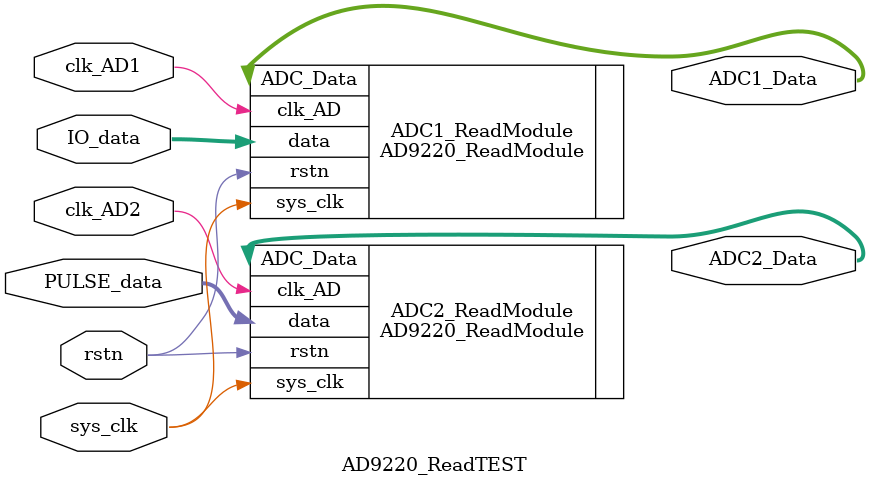
<source format=v>
module AD9220_ReadTEST(
input sys_clk,
input rstn,

input clk_AD1,
input clk_AD2,
//input pll_260M,

input [12:0] IO_data,//Ä£¿éÊý¾Ý¹Ü½Å ×î¸ßÎ»¶¨ÒåÎªOTR
input [12:0] PULSE_data,

output [12:0] ADC1_Data ,//ADC_OTR + 12Î»ADCÊý¾Ý
output [12:0] ADC2_Data  //ADC_OTR + 12Î»ADCÊý¾Ý

);



    

//ADC1¶ÁÈ¡Êý¾Ý
AD9220_ReadModule ADC1_ReadModule(
.sys_clk(sys_clk),
.rstn(rstn),

.clk_AD(clk_AD1),
//.clk_260m(pll_260M),

.data(IO_data),

.ADC_Data(ADC1_Data)
);

//ADC2¶ÁÈ¡Êý¾Ý
AD9220_ReadModule ADC2_ReadModule(
.sys_clk(sys_clk),
.rstn(rstn),

.clk_AD(clk_AD2),
//.clk_260m(pll_260M),

.data(PULSE_data),

.ADC_Data(ADC2_Data)
);

endmodule

</source>
